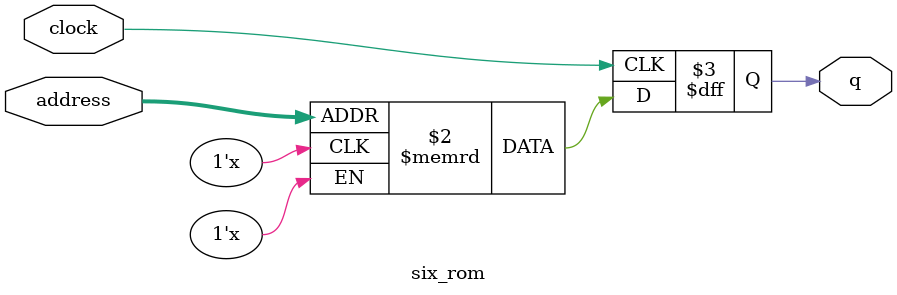
<source format=sv>
module six_rom (
	input logic clock,
	input logic [8:0] address,
	output logic [0:0] q
);

logic [0:0] memory [0:511] /* synthesis ram_init_file = "./six/six.COE" */;

always_ff @ (posedge clock) begin
	q <= memory[address];
end

endmodule

</source>
